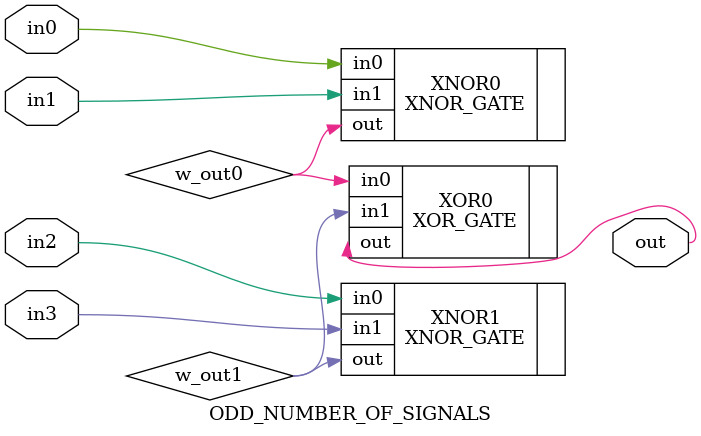
<source format=v>
module  ODD_NUMBER_OF_SIGNALS(
     input wire       in0,
     input wire       in1,
     input wire       in2,
     input wire       in3,
     output wire       out
);
   
    wire w_out0;
    wire w_out1;
    
    XNOR_GATE XNOR0(
        .in0    (in0    ),
        .in1    (in1    ),
        .out    (w_out0    )
    );
    XNOR_GATE XNOR1(
        .in0    (in2    ),
        .in1    (in3    ),
        .out    (w_out1    )
    );

    XOR_GATE XOR0(
        .in0    (w_out0    ),
        .in1    (w_out1    ),
        .out    (out    )
    );
    
endmodule

</source>
